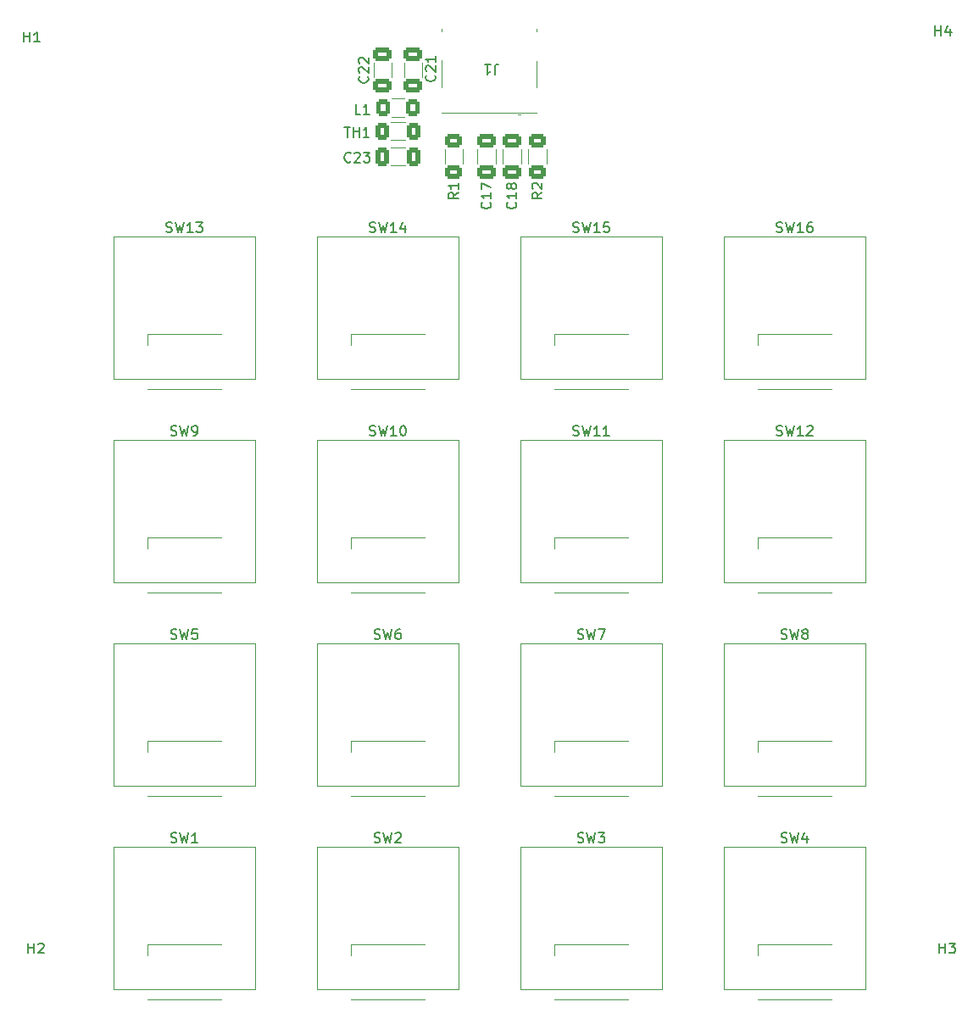
<source format=gto>
%TF.GenerationSoftware,KiCad,Pcbnew,7.0.1*%
%TF.CreationDate,2023-05-22T14:58:09-04:00*%
%TF.ProjectId,MacroPad,4d616372-6f50-4616-942e-6b696361645f,rev?*%
%TF.SameCoordinates,Original*%
%TF.FileFunction,Legend,Top*%
%TF.FilePolarity,Positive*%
%FSLAX46Y46*%
G04 Gerber Fmt 4.6, Leading zero omitted, Abs format (unit mm)*
G04 Created by KiCad (PCBNEW 7.0.1) date 2023-05-22 14:58:09*
%MOMM*%
%LPD*%
G01*
G04 APERTURE LIST*
G04 Aperture macros list*
%AMRoundRect*
0 Rectangle with rounded corners*
0 $1 Rounding radius*
0 $2 $3 $4 $5 $6 $7 $8 $9 X,Y pos of 4 corners*
0 Add a 4 corners polygon primitive as box body*
4,1,4,$2,$3,$4,$5,$6,$7,$8,$9,$2,$3,0*
0 Add four circle primitives for the rounded corners*
1,1,$1+$1,$2,$3*
1,1,$1+$1,$4,$5*
1,1,$1+$1,$6,$7*
1,1,$1+$1,$8,$9*
0 Add four rect primitives between the rounded corners*
20,1,$1+$1,$2,$3,$4,$5,0*
20,1,$1+$1,$4,$5,$6,$7,0*
20,1,$1+$1,$6,$7,$8,$9,0*
20,1,$1+$1,$8,$9,$2,$3,0*%
G04 Aperture macros list end*
%ADD10C,0.150000*%
%ADD11C,0.120000*%
%ADD12C,1.750000*%
%ADD13C,3.100000*%
%ADD14C,4.000000*%
%ADD15C,0.900000*%
%ADD16C,8.000000*%
%ADD17RoundRect,0.250000X0.650000X-0.412500X0.650000X0.412500X-0.650000X0.412500X-0.650000X-0.412500X0*%
%ADD18RoundRect,0.250000X-0.625000X0.400000X-0.625000X-0.400000X0.625000X-0.400000X0.625000X0.400000X0*%
%ADD19R,0.300000X0.700000*%
%ADD20R,1.000000X0.700000*%
%ADD21O,1.100000X2.100000*%
%ADD22O,1.100000X2.600000*%
%ADD23RoundRect,0.250001X0.462499X0.624999X-0.462499X0.624999X-0.462499X-0.624999X0.462499X-0.624999X0*%
%ADD24RoundRect,0.250000X-0.650000X0.412500X-0.650000X-0.412500X0.650000X-0.412500X0.650000X0.412500X0*%
%ADD25RoundRect,0.250000X0.412500X0.650000X-0.412500X0.650000X-0.412500X-0.650000X0.412500X-0.650000X0*%
%ADD26RoundRect,0.250000X-0.400000X-0.625000X0.400000X-0.625000X0.400000X0.625000X-0.400000X0.625000X0*%
%ADD27C,1.500000*%
%ADD28C,2.000000*%
G04 APERTURE END LIST*
D10*
X112490476Y-66075000D02*
X112633333Y-66122619D01*
X112633333Y-66122619D02*
X112871428Y-66122619D01*
X112871428Y-66122619D02*
X112966666Y-66075000D01*
X112966666Y-66075000D02*
X113014285Y-66027380D01*
X113014285Y-66027380D02*
X113061904Y-65932142D01*
X113061904Y-65932142D02*
X113061904Y-65836904D01*
X113061904Y-65836904D02*
X113014285Y-65741666D01*
X113014285Y-65741666D02*
X112966666Y-65694047D01*
X112966666Y-65694047D02*
X112871428Y-65646428D01*
X112871428Y-65646428D02*
X112680952Y-65598809D01*
X112680952Y-65598809D02*
X112585714Y-65551190D01*
X112585714Y-65551190D02*
X112538095Y-65503571D01*
X112538095Y-65503571D02*
X112490476Y-65408333D01*
X112490476Y-65408333D02*
X112490476Y-65313095D01*
X112490476Y-65313095D02*
X112538095Y-65217857D01*
X112538095Y-65217857D02*
X112585714Y-65170238D01*
X112585714Y-65170238D02*
X112680952Y-65122619D01*
X112680952Y-65122619D02*
X112919047Y-65122619D01*
X112919047Y-65122619D02*
X113061904Y-65170238D01*
X113395238Y-65122619D02*
X113633333Y-66122619D01*
X113633333Y-66122619D02*
X113823809Y-65408333D01*
X113823809Y-65408333D02*
X114014285Y-66122619D01*
X114014285Y-66122619D02*
X114252381Y-65122619D01*
X115157142Y-66122619D02*
X114585714Y-66122619D01*
X114871428Y-66122619D02*
X114871428Y-65122619D01*
X114871428Y-65122619D02*
X114776190Y-65265476D01*
X114776190Y-65265476D02*
X114680952Y-65360714D01*
X114680952Y-65360714D02*
X114585714Y-65408333D01*
X116014285Y-65455952D02*
X116014285Y-66122619D01*
X115776190Y-65075000D02*
X115538095Y-65789285D01*
X115538095Y-65789285D02*
X116157142Y-65789285D01*
X132810476Y-66075000D02*
X132953333Y-66122619D01*
X132953333Y-66122619D02*
X133191428Y-66122619D01*
X133191428Y-66122619D02*
X133286666Y-66075000D01*
X133286666Y-66075000D02*
X133334285Y-66027380D01*
X133334285Y-66027380D02*
X133381904Y-65932142D01*
X133381904Y-65932142D02*
X133381904Y-65836904D01*
X133381904Y-65836904D02*
X133334285Y-65741666D01*
X133334285Y-65741666D02*
X133286666Y-65694047D01*
X133286666Y-65694047D02*
X133191428Y-65646428D01*
X133191428Y-65646428D02*
X133000952Y-65598809D01*
X133000952Y-65598809D02*
X132905714Y-65551190D01*
X132905714Y-65551190D02*
X132858095Y-65503571D01*
X132858095Y-65503571D02*
X132810476Y-65408333D01*
X132810476Y-65408333D02*
X132810476Y-65313095D01*
X132810476Y-65313095D02*
X132858095Y-65217857D01*
X132858095Y-65217857D02*
X132905714Y-65170238D01*
X132905714Y-65170238D02*
X133000952Y-65122619D01*
X133000952Y-65122619D02*
X133239047Y-65122619D01*
X133239047Y-65122619D02*
X133381904Y-65170238D01*
X133715238Y-65122619D02*
X133953333Y-66122619D01*
X133953333Y-66122619D02*
X134143809Y-65408333D01*
X134143809Y-65408333D02*
X134334285Y-66122619D01*
X134334285Y-66122619D02*
X134572381Y-65122619D01*
X135477142Y-66122619D02*
X134905714Y-66122619D01*
X135191428Y-66122619D02*
X135191428Y-65122619D01*
X135191428Y-65122619D02*
X135096190Y-65265476D01*
X135096190Y-65265476D02*
X135000952Y-65360714D01*
X135000952Y-65360714D02*
X134905714Y-65408333D01*
X136381904Y-65122619D02*
X135905714Y-65122619D01*
X135905714Y-65122619D02*
X135858095Y-65598809D01*
X135858095Y-65598809D02*
X135905714Y-65551190D01*
X135905714Y-65551190D02*
X136000952Y-65503571D01*
X136000952Y-65503571D02*
X136239047Y-65503571D01*
X136239047Y-65503571D02*
X136334285Y-65551190D01*
X136334285Y-65551190D02*
X136381904Y-65598809D01*
X136381904Y-65598809D02*
X136429523Y-65694047D01*
X136429523Y-65694047D02*
X136429523Y-65932142D01*
X136429523Y-65932142D02*
X136381904Y-66027380D01*
X136381904Y-66027380D02*
X136334285Y-66075000D01*
X136334285Y-66075000D02*
X136239047Y-66122619D01*
X136239047Y-66122619D02*
X136000952Y-66122619D01*
X136000952Y-66122619D02*
X135905714Y-66075000D01*
X135905714Y-66075000D02*
X135858095Y-66027380D01*
X153130476Y-66075000D02*
X153273333Y-66122619D01*
X153273333Y-66122619D02*
X153511428Y-66122619D01*
X153511428Y-66122619D02*
X153606666Y-66075000D01*
X153606666Y-66075000D02*
X153654285Y-66027380D01*
X153654285Y-66027380D02*
X153701904Y-65932142D01*
X153701904Y-65932142D02*
X153701904Y-65836904D01*
X153701904Y-65836904D02*
X153654285Y-65741666D01*
X153654285Y-65741666D02*
X153606666Y-65694047D01*
X153606666Y-65694047D02*
X153511428Y-65646428D01*
X153511428Y-65646428D02*
X153320952Y-65598809D01*
X153320952Y-65598809D02*
X153225714Y-65551190D01*
X153225714Y-65551190D02*
X153178095Y-65503571D01*
X153178095Y-65503571D02*
X153130476Y-65408333D01*
X153130476Y-65408333D02*
X153130476Y-65313095D01*
X153130476Y-65313095D02*
X153178095Y-65217857D01*
X153178095Y-65217857D02*
X153225714Y-65170238D01*
X153225714Y-65170238D02*
X153320952Y-65122619D01*
X153320952Y-65122619D02*
X153559047Y-65122619D01*
X153559047Y-65122619D02*
X153701904Y-65170238D01*
X154035238Y-65122619D02*
X154273333Y-66122619D01*
X154273333Y-66122619D02*
X154463809Y-65408333D01*
X154463809Y-65408333D02*
X154654285Y-66122619D01*
X154654285Y-66122619D02*
X154892381Y-65122619D01*
X155797142Y-66122619D02*
X155225714Y-66122619D01*
X155511428Y-66122619D02*
X155511428Y-65122619D01*
X155511428Y-65122619D02*
X155416190Y-65265476D01*
X155416190Y-65265476D02*
X155320952Y-65360714D01*
X155320952Y-65360714D02*
X155225714Y-65408333D01*
X156654285Y-65122619D02*
X156463809Y-65122619D01*
X156463809Y-65122619D02*
X156368571Y-65170238D01*
X156368571Y-65170238D02*
X156320952Y-65217857D01*
X156320952Y-65217857D02*
X156225714Y-65360714D01*
X156225714Y-65360714D02*
X156178095Y-65551190D01*
X156178095Y-65551190D02*
X156178095Y-65932142D01*
X156178095Y-65932142D02*
X156225714Y-66027380D01*
X156225714Y-66027380D02*
X156273333Y-66075000D01*
X156273333Y-66075000D02*
X156368571Y-66122619D01*
X156368571Y-66122619D02*
X156559047Y-66122619D01*
X156559047Y-66122619D02*
X156654285Y-66075000D01*
X156654285Y-66075000D02*
X156701904Y-66027380D01*
X156701904Y-66027380D02*
X156749523Y-65932142D01*
X156749523Y-65932142D02*
X156749523Y-65694047D01*
X156749523Y-65694047D02*
X156701904Y-65598809D01*
X156701904Y-65598809D02*
X156654285Y-65551190D01*
X156654285Y-65551190D02*
X156559047Y-65503571D01*
X156559047Y-65503571D02*
X156368571Y-65503571D01*
X156368571Y-65503571D02*
X156273333Y-65551190D01*
X156273333Y-65551190D02*
X156225714Y-65598809D01*
X156225714Y-65598809D02*
X156178095Y-65694047D01*
X153130476Y-86395000D02*
X153273333Y-86442619D01*
X153273333Y-86442619D02*
X153511428Y-86442619D01*
X153511428Y-86442619D02*
X153606666Y-86395000D01*
X153606666Y-86395000D02*
X153654285Y-86347380D01*
X153654285Y-86347380D02*
X153701904Y-86252142D01*
X153701904Y-86252142D02*
X153701904Y-86156904D01*
X153701904Y-86156904D02*
X153654285Y-86061666D01*
X153654285Y-86061666D02*
X153606666Y-86014047D01*
X153606666Y-86014047D02*
X153511428Y-85966428D01*
X153511428Y-85966428D02*
X153320952Y-85918809D01*
X153320952Y-85918809D02*
X153225714Y-85871190D01*
X153225714Y-85871190D02*
X153178095Y-85823571D01*
X153178095Y-85823571D02*
X153130476Y-85728333D01*
X153130476Y-85728333D02*
X153130476Y-85633095D01*
X153130476Y-85633095D02*
X153178095Y-85537857D01*
X153178095Y-85537857D02*
X153225714Y-85490238D01*
X153225714Y-85490238D02*
X153320952Y-85442619D01*
X153320952Y-85442619D02*
X153559047Y-85442619D01*
X153559047Y-85442619D02*
X153701904Y-85490238D01*
X154035238Y-85442619D02*
X154273333Y-86442619D01*
X154273333Y-86442619D02*
X154463809Y-85728333D01*
X154463809Y-85728333D02*
X154654285Y-86442619D01*
X154654285Y-86442619D02*
X154892381Y-85442619D01*
X155797142Y-86442619D02*
X155225714Y-86442619D01*
X155511428Y-86442619D02*
X155511428Y-85442619D01*
X155511428Y-85442619D02*
X155416190Y-85585476D01*
X155416190Y-85585476D02*
X155320952Y-85680714D01*
X155320952Y-85680714D02*
X155225714Y-85728333D01*
X156178095Y-85537857D02*
X156225714Y-85490238D01*
X156225714Y-85490238D02*
X156320952Y-85442619D01*
X156320952Y-85442619D02*
X156559047Y-85442619D01*
X156559047Y-85442619D02*
X156654285Y-85490238D01*
X156654285Y-85490238D02*
X156701904Y-85537857D01*
X156701904Y-85537857D02*
X156749523Y-85633095D01*
X156749523Y-85633095D02*
X156749523Y-85728333D01*
X156749523Y-85728333D02*
X156701904Y-85871190D01*
X156701904Y-85871190D02*
X156130476Y-86442619D01*
X156130476Y-86442619D02*
X156749523Y-86442619D01*
X132810476Y-86395000D02*
X132953333Y-86442619D01*
X132953333Y-86442619D02*
X133191428Y-86442619D01*
X133191428Y-86442619D02*
X133286666Y-86395000D01*
X133286666Y-86395000D02*
X133334285Y-86347380D01*
X133334285Y-86347380D02*
X133381904Y-86252142D01*
X133381904Y-86252142D02*
X133381904Y-86156904D01*
X133381904Y-86156904D02*
X133334285Y-86061666D01*
X133334285Y-86061666D02*
X133286666Y-86014047D01*
X133286666Y-86014047D02*
X133191428Y-85966428D01*
X133191428Y-85966428D02*
X133000952Y-85918809D01*
X133000952Y-85918809D02*
X132905714Y-85871190D01*
X132905714Y-85871190D02*
X132858095Y-85823571D01*
X132858095Y-85823571D02*
X132810476Y-85728333D01*
X132810476Y-85728333D02*
X132810476Y-85633095D01*
X132810476Y-85633095D02*
X132858095Y-85537857D01*
X132858095Y-85537857D02*
X132905714Y-85490238D01*
X132905714Y-85490238D02*
X133000952Y-85442619D01*
X133000952Y-85442619D02*
X133239047Y-85442619D01*
X133239047Y-85442619D02*
X133381904Y-85490238D01*
X133715238Y-85442619D02*
X133953333Y-86442619D01*
X133953333Y-86442619D02*
X134143809Y-85728333D01*
X134143809Y-85728333D02*
X134334285Y-86442619D01*
X134334285Y-86442619D02*
X134572381Y-85442619D01*
X135477142Y-86442619D02*
X134905714Y-86442619D01*
X135191428Y-86442619D02*
X135191428Y-85442619D01*
X135191428Y-85442619D02*
X135096190Y-85585476D01*
X135096190Y-85585476D02*
X135000952Y-85680714D01*
X135000952Y-85680714D02*
X134905714Y-85728333D01*
X136429523Y-86442619D02*
X135858095Y-86442619D01*
X136143809Y-86442619D02*
X136143809Y-85442619D01*
X136143809Y-85442619D02*
X136048571Y-85585476D01*
X136048571Y-85585476D02*
X135953333Y-85680714D01*
X135953333Y-85680714D02*
X135858095Y-85728333D01*
X169418095Y-138121299D02*
X169418095Y-137121299D01*
X169418095Y-137597489D02*
X169989523Y-137597489D01*
X169989523Y-138121299D02*
X169989523Y-137121299D01*
X170370476Y-137121299D02*
X170989523Y-137121299D01*
X170989523Y-137121299D02*
X170656190Y-137502251D01*
X170656190Y-137502251D02*
X170799047Y-137502251D01*
X170799047Y-137502251D02*
X170894285Y-137549870D01*
X170894285Y-137549870D02*
X170941904Y-137597489D01*
X170941904Y-137597489D02*
X170989523Y-137692727D01*
X170989523Y-137692727D02*
X170989523Y-137930822D01*
X170989523Y-137930822D02*
X170941904Y-138026060D01*
X170941904Y-138026060D02*
X170894285Y-138073680D01*
X170894285Y-138073680D02*
X170799047Y-138121299D01*
X170799047Y-138121299D02*
X170513333Y-138121299D01*
X170513333Y-138121299D02*
X170418095Y-138073680D01*
X170418095Y-138073680D02*
X170370476Y-138026060D01*
X112309380Y-50563857D02*
X112357000Y-50611476D01*
X112357000Y-50611476D02*
X112404619Y-50754333D01*
X112404619Y-50754333D02*
X112404619Y-50849571D01*
X112404619Y-50849571D02*
X112357000Y-50992428D01*
X112357000Y-50992428D02*
X112261761Y-51087666D01*
X112261761Y-51087666D02*
X112166523Y-51135285D01*
X112166523Y-51135285D02*
X111976047Y-51182904D01*
X111976047Y-51182904D02*
X111833190Y-51182904D01*
X111833190Y-51182904D02*
X111642714Y-51135285D01*
X111642714Y-51135285D02*
X111547476Y-51087666D01*
X111547476Y-51087666D02*
X111452238Y-50992428D01*
X111452238Y-50992428D02*
X111404619Y-50849571D01*
X111404619Y-50849571D02*
X111404619Y-50754333D01*
X111404619Y-50754333D02*
X111452238Y-50611476D01*
X111452238Y-50611476D02*
X111499857Y-50563857D01*
X111499857Y-50182904D02*
X111452238Y-50135285D01*
X111452238Y-50135285D02*
X111404619Y-50040047D01*
X111404619Y-50040047D02*
X111404619Y-49801952D01*
X111404619Y-49801952D02*
X111452238Y-49706714D01*
X111452238Y-49706714D02*
X111499857Y-49659095D01*
X111499857Y-49659095D02*
X111595095Y-49611476D01*
X111595095Y-49611476D02*
X111690333Y-49611476D01*
X111690333Y-49611476D02*
X111833190Y-49659095D01*
X111833190Y-49659095D02*
X112404619Y-50230523D01*
X112404619Y-50230523D02*
X112404619Y-49611476D01*
X111499857Y-49230523D02*
X111452238Y-49182904D01*
X111452238Y-49182904D02*
X111404619Y-49087666D01*
X111404619Y-49087666D02*
X111404619Y-48849571D01*
X111404619Y-48849571D02*
X111452238Y-48754333D01*
X111452238Y-48754333D02*
X111499857Y-48706714D01*
X111499857Y-48706714D02*
X111595095Y-48659095D01*
X111595095Y-48659095D02*
X111690333Y-48659095D01*
X111690333Y-48659095D02*
X111833190Y-48706714D01*
X111833190Y-48706714D02*
X112404619Y-49278142D01*
X112404619Y-49278142D02*
X112404619Y-48659095D01*
X153606667Y-127035000D02*
X153749524Y-127082619D01*
X153749524Y-127082619D02*
X153987619Y-127082619D01*
X153987619Y-127082619D02*
X154082857Y-127035000D01*
X154082857Y-127035000D02*
X154130476Y-126987380D01*
X154130476Y-126987380D02*
X154178095Y-126892142D01*
X154178095Y-126892142D02*
X154178095Y-126796904D01*
X154178095Y-126796904D02*
X154130476Y-126701666D01*
X154130476Y-126701666D02*
X154082857Y-126654047D01*
X154082857Y-126654047D02*
X153987619Y-126606428D01*
X153987619Y-126606428D02*
X153797143Y-126558809D01*
X153797143Y-126558809D02*
X153701905Y-126511190D01*
X153701905Y-126511190D02*
X153654286Y-126463571D01*
X153654286Y-126463571D02*
X153606667Y-126368333D01*
X153606667Y-126368333D02*
X153606667Y-126273095D01*
X153606667Y-126273095D02*
X153654286Y-126177857D01*
X153654286Y-126177857D02*
X153701905Y-126130238D01*
X153701905Y-126130238D02*
X153797143Y-126082619D01*
X153797143Y-126082619D02*
X154035238Y-126082619D01*
X154035238Y-126082619D02*
X154178095Y-126130238D01*
X154511429Y-126082619D02*
X154749524Y-127082619D01*
X154749524Y-127082619D02*
X154940000Y-126368333D01*
X154940000Y-126368333D02*
X155130476Y-127082619D01*
X155130476Y-127082619D02*
X155368572Y-126082619D01*
X156178095Y-126415952D02*
X156178095Y-127082619D01*
X155940000Y-126035000D02*
X155701905Y-126749285D01*
X155701905Y-126749285D02*
X156320952Y-126749285D01*
X92170476Y-66075000D02*
X92313333Y-66122619D01*
X92313333Y-66122619D02*
X92551428Y-66122619D01*
X92551428Y-66122619D02*
X92646666Y-66075000D01*
X92646666Y-66075000D02*
X92694285Y-66027380D01*
X92694285Y-66027380D02*
X92741904Y-65932142D01*
X92741904Y-65932142D02*
X92741904Y-65836904D01*
X92741904Y-65836904D02*
X92694285Y-65741666D01*
X92694285Y-65741666D02*
X92646666Y-65694047D01*
X92646666Y-65694047D02*
X92551428Y-65646428D01*
X92551428Y-65646428D02*
X92360952Y-65598809D01*
X92360952Y-65598809D02*
X92265714Y-65551190D01*
X92265714Y-65551190D02*
X92218095Y-65503571D01*
X92218095Y-65503571D02*
X92170476Y-65408333D01*
X92170476Y-65408333D02*
X92170476Y-65313095D01*
X92170476Y-65313095D02*
X92218095Y-65217857D01*
X92218095Y-65217857D02*
X92265714Y-65170238D01*
X92265714Y-65170238D02*
X92360952Y-65122619D01*
X92360952Y-65122619D02*
X92599047Y-65122619D01*
X92599047Y-65122619D02*
X92741904Y-65170238D01*
X93075238Y-65122619D02*
X93313333Y-66122619D01*
X93313333Y-66122619D02*
X93503809Y-65408333D01*
X93503809Y-65408333D02*
X93694285Y-66122619D01*
X93694285Y-66122619D02*
X93932381Y-65122619D01*
X94837142Y-66122619D02*
X94265714Y-66122619D01*
X94551428Y-66122619D02*
X94551428Y-65122619D01*
X94551428Y-65122619D02*
X94456190Y-65265476D01*
X94456190Y-65265476D02*
X94360952Y-65360714D01*
X94360952Y-65360714D02*
X94265714Y-65408333D01*
X95170476Y-65122619D02*
X95789523Y-65122619D01*
X95789523Y-65122619D02*
X95456190Y-65503571D01*
X95456190Y-65503571D02*
X95599047Y-65503571D01*
X95599047Y-65503571D02*
X95694285Y-65551190D01*
X95694285Y-65551190D02*
X95741904Y-65598809D01*
X95741904Y-65598809D02*
X95789523Y-65694047D01*
X95789523Y-65694047D02*
X95789523Y-65932142D01*
X95789523Y-65932142D02*
X95741904Y-66027380D01*
X95741904Y-66027380D02*
X95694285Y-66075000D01*
X95694285Y-66075000D02*
X95599047Y-66122619D01*
X95599047Y-66122619D02*
X95313333Y-66122619D01*
X95313333Y-66122619D02*
X95218095Y-66075000D01*
X95218095Y-66075000D02*
X95170476Y-66027380D01*
X129710119Y-62142666D02*
X129233928Y-62475999D01*
X129710119Y-62714094D02*
X128710119Y-62714094D01*
X128710119Y-62714094D02*
X128710119Y-62333142D01*
X128710119Y-62333142D02*
X128757738Y-62237904D01*
X128757738Y-62237904D02*
X128805357Y-62190285D01*
X128805357Y-62190285D02*
X128900595Y-62142666D01*
X128900595Y-62142666D02*
X129043452Y-62142666D01*
X129043452Y-62142666D02*
X129138690Y-62190285D01*
X129138690Y-62190285D02*
X129186309Y-62237904D01*
X129186309Y-62237904D02*
X129233928Y-62333142D01*
X129233928Y-62333142D02*
X129233928Y-62714094D01*
X128805357Y-61761713D02*
X128757738Y-61714094D01*
X128757738Y-61714094D02*
X128710119Y-61618856D01*
X128710119Y-61618856D02*
X128710119Y-61380761D01*
X128710119Y-61380761D02*
X128757738Y-61285523D01*
X128757738Y-61285523D02*
X128805357Y-61237904D01*
X128805357Y-61237904D02*
X128900595Y-61190285D01*
X128900595Y-61190285D02*
X128995833Y-61190285D01*
X128995833Y-61190285D02*
X129138690Y-61237904D01*
X129138690Y-61237904D02*
X129710119Y-61809332D01*
X129710119Y-61809332D02*
X129710119Y-61190285D01*
X92646667Y-127035000D02*
X92789524Y-127082619D01*
X92789524Y-127082619D02*
X93027619Y-127082619D01*
X93027619Y-127082619D02*
X93122857Y-127035000D01*
X93122857Y-127035000D02*
X93170476Y-126987380D01*
X93170476Y-126987380D02*
X93218095Y-126892142D01*
X93218095Y-126892142D02*
X93218095Y-126796904D01*
X93218095Y-126796904D02*
X93170476Y-126701666D01*
X93170476Y-126701666D02*
X93122857Y-126654047D01*
X93122857Y-126654047D02*
X93027619Y-126606428D01*
X93027619Y-126606428D02*
X92837143Y-126558809D01*
X92837143Y-126558809D02*
X92741905Y-126511190D01*
X92741905Y-126511190D02*
X92694286Y-126463571D01*
X92694286Y-126463571D02*
X92646667Y-126368333D01*
X92646667Y-126368333D02*
X92646667Y-126273095D01*
X92646667Y-126273095D02*
X92694286Y-126177857D01*
X92694286Y-126177857D02*
X92741905Y-126130238D01*
X92741905Y-126130238D02*
X92837143Y-126082619D01*
X92837143Y-126082619D02*
X93075238Y-126082619D01*
X93075238Y-126082619D02*
X93218095Y-126130238D01*
X93551429Y-126082619D02*
X93789524Y-127082619D01*
X93789524Y-127082619D02*
X93980000Y-126368333D01*
X93980000Y-126368333D02*
X94170476Y-127082619D01*
X94170476Y-127082619D02*
X94408572Y-126082619D01*
X95313333Y-127082619D02*
X94741905Y-127082619D01*
X95027619Y-127082619D02*
X95027619Y-126082619D01*
X95027619Y-126082619D02*
X94932381Y-126225476D01*
X94932381Y-126225476D02*
X94837143Y-126320714D01*
X94837143Y-126320714D02*
X94741905Y-126368333D01*
X153606667Y-106715000D02*
X153749524Y-106762619D01*
X153749524Y-106762619D02*
X153987619Y-106762619D01*
X153987619Y-106762619D02*
X154082857Y-106715000D01*
X154082857Y-106715000D02*
X154130476Y-106667380D01*
X154130476Y-106667380D02*
X154178095Y-106572142D01*
X154178095Y-106572142D02*
X154178095Y-106476904D01*
X154178095Y-106476904D02*
X154130476Y-106381666D01*
X154130476Y-106381666D02*
X154082857Y-106334047D01*
X154082857Y-106334047D02*
X153987619Y-106286428D01*
X153987619Y-106286428D02*
X153797143Y-106238809D01*
X153797143Y-106238809D02*
X153701905Y-106191190D01*
X153701905Y-106191190D02*
X153654286Y-106143571D01*
X153654286Y-106143571D02*
X153606667Y-106048333D01*
X153606667Y-106048333D02*
X153606667Y-105953095D01*
X153606667Y-105953095D02*
X153654286Y-105857857D01*
X153654286Y-105857857D02*
X153701905Y-105810238D01*
X153701905Y-105810238D02*
X153797143Y-105762619D01*
X153797143Y-105762619D02*
X154035238Y-105762619D01*
X154035238Y-105762619D02*
X154178095Y-105810238D01*
X154511429Y-105762619D02*
X154749524Y-106762619D01*
X154749524Y-106762619D02*
X154940000Y-106048333D01*
X154940000Y-106048333D02*
X155130476Y-106762619D01*
X155130476Y-106762619D02*
X155368572Y-105762619D01*
X155892381Y-106191190D02*
X155797143Y-106143571D01*
X155797143Y-106143571D02*
X155749524Y-106095952D01*
X155749524Y-106095952D02*
X155701905Y-106000714D01*
X155701905Y-106000714D02*
X155701905Y-105953095D01*
X155701905Y-105953095D02*
X155749524Y-105857857D01*
X155749524Y-105857857D02*
X155797143Y-105810238D01*
X155797143Y-105810238D02*
X155892381Y-105762619D01*
X155892381Y-105762619D02*
X156082857Y-105762619D01*
X156082857Y-105762619D02*
X156178095Y-105810238D01*
X156178095Y-105810238D02*
X156225714Y-105857857D01*
X156225714Y-105857857D02*
X156273333Y-105953095D01*
X156273333Y-105953095D02*
X156273333Y-106000714D01*
X156273333Y-106000714D02*
X156225714Y-106095952D01*
X156225714Y-106095952D02*
X156178095Y-106143571D01*
X156178095Y-106143571D02*
X156082857Y-106191190D01*
X156082857Y-106191190D02*
X155892381Y-106191190D01*
X155892381Y-106191190D02*
X155797143Y-106238809D01*
X155797143Y-106238809D02*
X155749524Y-106286428D01*
X155749524Y-106286428D02*
X155701905Y-106381666D01*
X155701905Y-106381666D02*
X155701905Y-106572142D01*
X155701905Y-106572142D02*
X155749524Y-106667380D01*
X155749524Y-106667380D02*
X155797143Y-106715000D01*
X155797143Y-106715000D02*
X155892381Y-106762619D01*
X155892381Y-106762619D02*
X156082857Y-106762619D01*
X156082857Y-106762619D02*
X156178095Y-106715000D01*
X156178095Y-106715000D02*
X156225714Y-106667380D01*
X156225714Y-106667380D02*
X156273333Y-106572142D01*
X156273333Y-106572142D02*
X156273333Y-106381666D01*
X156273333Y-106381666D02*
X156225714Y-106286428D01*
X156225714Y-106286428D02*
X156178095Y-106238809D01*
X156178095Y-106238809D02*
X156082857Y-106191190D01*
X133286667Y-106715000D02*
X133429524Y-106762619D01*
X133429524Y-106762619D02*
X133667619Y-106762619D01*
X133667619Y-106762619D02*
X133762857Y-106715000D01*
X133762857Y-106715000D02*
X133810476Y-106667380D01*
X133810476Y-106667380D02*
X133858095Y-106572142D01*
X133858095Y-106572142D02*
X133858095Y-106476904D01*
X133858095Y-106476904D02*
X133810476Y-106381666D01*
X133810476Y-106381666D02*
X133762857Y-106334047D01*
X133762857Y-106334047D02*
X133667619Y-106286428D01*
X133667619Y-106286428D02*
X133477143Y-106238809D01*
X133477143Y-106238809D02*
X133381905Y-106191190D01*
X133381905Y-106191190D02*
X133334286Y-106143571D01*
X133334286Y-106143571D02*
X133286667Y-106048333D01*
X133286667Y-106048333D02*
X133286667Y-105953095D01*
X133286667Y-105953095D02*
X133334286Y-105857857D01*
X133334286Y-105857857D02*
X133381905Y-105810238D01*
X133381905Y-105810238D02*
X133477143Y-105762619D01*
X133477143Y-105762619D02*
X133715238Y-105762619D01*
X133715238Y-105762619D02*
X133858095Y-105810238D01*
X134191429Y-105762619D02*
X134429524Y-106762619D01*
X134429524Y-106762619D02*
X134620000Y-106048333D01*
X134620000Y-106048333D02*
X134810476Y-106762619D01*
X134810476Y-106762619D02*
X135048572Y-105762619D01*
X135334286Y-105762619D02*
X136000952Y-105762619D01*
X136000952Y-105762619D02*
X135572381Y-106762619D01*
X77978095Y-47101619D02*
X77978095Y-46101619D01*
X77978095Y-46577809D02*
X78549523Y-46577809D01*
X78549523Y-47101619D02*
X78549523Y-46101619D01*
X79549523Y-47101619D02*
X78978095Y-47101619D01*
X79263809Y-47101619D02*
X79263809Y-46101619D01*
X79263809Y-46101619D02*
X79168571Y-46244476D01*
X79168571Y-46244476D02*
X79073333Y-46339714D01*
X79073333Y-46339714D02*
X78978095Y-46387333D01*
X112966667Y-127035000D02*
X113109524Y-127082619D01*
X113109524Y-127082619D02*
X113347619Y-127082619D01*
X113347619Y-127082619D02*
X113442857Y-127035000D01*
X113442857Y-127035000D02*
X113490476Y-126987380D01*
X113490476Y-126987380D02*
X113538095Y-126892142D01*
X113538095Y-126892142D02*
X113538095Y-126796904D01*
X113538095Y-126796904D02*
X113490476Y-126701666D01*
X113490476Y-126701666D02*
X113442857Y-126654047D01*
X113442857Y-126654047D02*
X113347619Y-126606428D01*
X113347619Y-126606428D02*
X113157143Y-126558809D01*
X113157143Y-126558809D02*
X113061905Y-126511190D01*
X113061905Y-126511190D02*
X113014286Y-126463571D01*
X113014286Y-126463571D02*
X112966667Y-126368333D01*
X112966667Y-126368333D02*
X112966667Y-126273095D01*
X112966667Y-126273095D02*
X113014286Y-126177857D01*
X113014286Y-126177857D02*
X113061905Y-126130238D01*
X113061905Y-126130238D02*
X113157143Y-126082619D01*
X113157143Y-126082619D02*
X113395238Y-126082619D01*
X113395238Y-126082619D02*
X113538095Y-126130238D01*
X113871429Y-126082619D02*
X114109524Y-127082619D01*
X114109524Y-127082619D02*
X114300000Y-126368333D01*
X114300000Y-126368333D02*
X114490476Y-127082619D01*
X114490476Y-127082619D02*
X114728572Y-126082619D01*
X115061905Y-126177857D02*
X115109524Y-126130238D01*
X115109524Y-126130238D02*
X115204762Y-126082619D01*
X115204762Y-126082619D02*
X115442857Y-126082619D01*
X115442857Y-126082619D02*
X115538095Y-126130238D01*
X115538095Y-126130238D02*
X115585714Y-126177857D01*
X115585714Y-126177857D02*
X115633333Y-126273095D01*
X115633333Y-126273095D02*
X115633333Y-126368333D01*
X115633333Y-126368333D02*
X115585714Y-126511190D01*
X115585714Y-126511190D02*
X115014286Y-127082619D01*
X115014286Y-127082619D02*
X115633333Y-127082619D01*
X112490476Y-86395000D02*
X112633333Y-86442619D01*
X112633333Y-86442619D02*
X112871428Y-86442619D01*
X112871428Y-86442619D02*
X112966666Y-86395000D01*
X112966666Y-86395000D02*
X113014285Y-86347380D01*
X113014285Y-86347380D02*
X113061904Y-86252142D01*
X113061904Y-86252142D02*
X113061904Y-86156904D01*
X113061904Y-86156904D02*
X113014285Y-86061666D01*
X113014285Y-86061666D02*
X112966666Y-86014047D01*
X112966666Y-86014047D02*
X112871428Y-85966428D01*
X112871428Y-85966428D02*
X112680952Y-85918809D01*
X112680952Y-85918809D02*
X112585714Y-85871190D01*
X112585714Y-85871190D02*
X112538095Y-85823571D01*
X112538095Y-85823571D02*
X112490476Y-85728333D01*
X112490476Y-85728333D02*
X112490476Y-85633095D01*
X112490476Y-85633095D02*
X112538095Y-85537857D01*
X112538095Y-85537857D02*
X112585714Y-85490238D01*
X112585714Y-85490238D02*
X112680952Y-85442619D01*
X112680952Y-85442619D02*
X112919047Y-85442619D01*
X112919047Y-85442619D02*
X113061904Y-85490238D01*
X113395238Y-85442619D02*
X113633333Y-86442619D01*
X113633333Y-86442619D02*
X113823809Y-85728333D01*
X113823809Y-85728333D02*
X114014285Y-86442619D01*
X114014285Y-86442619D02*
X114252381Y-85442619D01*
X115157142Y-86442619D02*
X114585714Y-86442619D01*
X114871428Y-86442619D02*
X114871428Y-85442619D01*
X114871428Y-85442619D02*
X114776190Y-85585476D01*
X114776190Y-85585476D02*
X114680952Y-85680714D01*
X114680952Y-85680714D02*
X114585714Y-85728333D01*
X115776190Y-85442619D02*
X115871428Y-85442619D01*
X115871428Y-85442619D02*
X115966666Y-85490238D01*
X115966666Y-85490238D02*
X116014285Y-85537857D01*
X116014285Y-85537857D02*
X116061904Y-85633095D01*
X116061904Y-85633095D02*
X116109523Y-85823571D01*
X116109523Y-85823571D02*
X116109523Y-86061666D01*
X116109523Y-86061666D02*
X116061904Y-86252142D01*
X116061904Y-86252142D02*
X116014285Y-86347380D01*
X116014285Y-86347380D02*
X115966666Y-86395000D01*
X115966666Y-86395000D02*
X115871428Y-86442619D01*
X115871428Y-86442619D02*
X115776190Y-86442619D01*
X115776190Y-86442619D02*
X115680952Y-86395000D01*
X115680952Y-86395000D02*
X115633333Y-86347380D01*
X115633333Y-86347380D02*
X115585714Y-86252142D01*
X115585714Y-86252142D02*
X115538095Y-86061666D01*
X115538095Y-86061666D02*
X115538095Y-85823571D01*
X115538095Y-85823571D02*
X115585714Y-85633095D01*
X115585714Y-85633095D02*
X115633333Y-85537857D01*
X115633333Y-85537857D02*
X115680952Y-85490238D01*
X115680952Y-85490238D02*
X115776190Y-85442619D01*
X124997333Y-50347380D02*
X124997333Y-49633095D01*
X124997333Y-49633095D02*
X125044952Y-49490238D01*
X125044952Y-49490238D02*
X125140190Y-49395000D01*
X125140190Y-49395000D02*
X125283047Y-49347380D01*
X125283047Y-49347380D02*
X125378285Y-49347380D01*
X123997333Y-49347380D02*
X124568761Y-49347380D01*
X124283047Y-49347380D02*
X124283047Y-50347380D01*
X124283047Y-50347380D02*
X124378285Y-50204523D01*
X124378285Y-50204523D02*
X124473523Y-50109285D01*
X124473523Y-50109285D02*
X124568761Y-50061666D01*
X92646667Y-106715000D02*
X92789524Y-106762619D01*
X92789524Y-106762619D02*
X93027619Y-106762619D01*
X93027619Y-106762619D02*
X93122857Y-106715000D01*
X93122857Y-106715000D02*
X93170476Y-106667380D01*
X93170476Y-106667380D02*
X93218095Y-106572142D01*
X93218095Y-106572142D02*
X93218095Y-106476904D01*
X93218095Y-106476904D02*
X93170476Y-106381666D01*
X93170476Y-106381666D02*
X93122857Y-106334047D01*
X93122857Y-106334047D02*
X93027619Y-106286428D01*
X93027619Y-106286428D02*
X92837143Y-106238809D01*
X92837143Y-106238809D02*
X92741905Y-106191190D01*
X92741905Y-106191190D02*
X92694286Y-106143571D01*
X92694286Y-106143571D02*
X92646667Y-106048333D01*
X92646667Y-106048333D02*
X92646667Y-105953095D01*
X92646667Y-105953095D02*
X92694286Y-105857857D01*
X92694286Y-105857857D02*
X92741905Y-105810238D01*
X92741905Y-105810238D02*
X92837143Y-105762619D01*
X92837143Y-105762619D02*
X93075238Y-105762619D01*
X93075238Y-105762619D02*
X93218095Y-105810238D01*
X93551429Y-105762619D02*
X93789524Y-106762619D01*
X93789524Y-106762619D02*
X93980000Y-106048333D01*
X93980000Y-106048333D02*
X94170476Y-106762619D01*
X94170476Y-106762619D02*
X94408572Y-105762619D01*
X95265714Y-105762619D02*
X94789524Y-105762619D01*
X94789524Y-105762619D02*
X94741905Y-106238809D01*
X94741905Y-106238809D02*
X94789524Y-106191190D01*
X94789524Y-106191190D02*
X94884762Y-106143571D01*
X94884762Y-106143571D02*
X95122857Y-106143571D01*
X95122857Y-106143571D02*
X95218095Y-106191190D01*
X95218095Y-106191190D02*
X95265714Y-106238809D01*
X95265714Y-106238809D02*
X95313333Y-106334047D01*
X95313333Y-106334047D02*
X95313333Y-106572142D01*
X95313333Y-106572142D02*
X95265714Y-106667380D01*
X95265714Y-106667380D02*
X95218095Y-106715000D01*
X95218095Y-106715000D02*
X95122857Y-106762619D01*
X95122857Y-106762619D02*
X94884762Y-106762619D01*
X94884762Y-106762619D02*
X94789524Y-106715000D01*
X94789524Y-106715000D02*
X94741905Y-106667380D01*
X111593333Y-54310619D02*
X111117143Y-54310619D01*
X111117143Y-54310619D02*
X111117143Y-53310619D01*
X112450476Y-54310619D02*
X111879048Y-54310619D01*
X112164762Y-54310619D02*
X112164762Y-53310619D01*
X112164762Y-53310619D02*
X112069524Y-53453476D01*
X112069524Y-53453476D02*
X111974286Y-53548714D01*
X111974286Y-53548714D02*
X111879048Y-53596333D01*
X133286667Y-127035000D02*
X133429524Y-127082619D01*
X133429524Y-127082619D02*
X133667619Y-127082619D01*
X133667619Y-127082619D02*
X133762857Y-127035000D01*
X133762857Y-127035000D02*
X133810476Y-126987380D01*
X133810476Y-126987380D02*
X133858095Y-126892142D01*
X133858095Y-126892142D02*
X133858095Y-126796904D01*
X133858095Y-126796904D02*
X133810476Y-126701666D01*
X133810476Y-126701666D02*
X133762857Y-126654047D01*
X133762857Y-126654047D02*
X133667619Y-126606428D01*
X133667619Y-126606428D02*
X133477143Y-126558809D01*
X133477143Y-126558809D02*
X133381905Y-126511190D01*
X133381905Y-126511190D02*
X133334286Y-126463571D01*
X133334286Y-126463571D02*
X133286667Y-126368333D01*
X133286667Y-126368333D02*
X133286667Y-126273095D01*
X133286667Y-126273095D02*
X133334286Y-126177857D01*
X133334286Y-126177857D02*
X133381905Y-126130238D01*
X133381905Y-126130238D02*
X133477143Y-126082619D01*
X133477143Y-126082619D02*
X133715238Y-126082619D01*
X133715238Y-126082619D02*
X133858095Y-126130238D01*
X134191429Y-126082619D02*
X134429524Y-127082619D01*
X134429524Y-127082619D02*
X134620000Y-126368333D01*
X134620000Y-126368333D02*
X134810476Y-127082619D01*
X134810476Y-127082619D02*
X135048572Y-126082619D01*
X135334286Y-126082619D02*
X135953333Y-126082619D01*
X135953333Y-126082619D02*
X135620000Y-126463571D01*
X135620000Y-126463571D02*
X135762857Y-126463571D01*
X135762857Y-126463571D02*
X135858095Y-126511190D01*
X135858095Y-126511190D02*
X135905714Y-126558809D01*
X135905714Y-126558809D02*
X135953333Y-126654047D01*
X135953333Y-126654047D02*
X135953333Y-126892142D01*
X135953333Y-126892142D02*
X135905714Y-126987380D01*
X135905714Y-126987380D02*
X135858095Y-127035000D01*
X135858095Y-127035000D02*
X135762857Y-127082619D01*
X135762857Y-127082619D02*
X135477143Y-127082619D01*
X135477143Y-127082619D02*
X135381905Y-127035000D01*
X135381905Y-127035000D02*
X135334286Y-126987380D01*
X127074880Y-63126857D02*
X127122500Y-63174476D01*
X127122500Y-63174476D02*
X127170119Y-63317333D01*
X127170119Y-63317333D02*
X127170119Y-63412571D01*
X127170119Y-63412571D02*
X127122500Y-63555428D01*
X127122500Y-63555428D02*
X127027261Y-63650666D01*
X127027261Y-63650666D02*
X126932023Y-63698285D01*
X126932023Y-63698285D02*
X126741547Y-63745904D01*
X126741547Y-63745904D02*
X126598690Y-63745904D01*
X126598690Y-63745904D02*
X126408214Y-63698285D01*
X126408214Y-63698285D02*
X126312976Y-63650666D01*
X126312976Y-63650666D02*
X126217738Y-63555428D01*
X126217738Y-63555428D02*
X126170119Y-63412571D01*
X126170119Y-63412571D02*
X126170119Y-63317333D01*
X126170119Y-63317333D02*
X126217738Y-63174476D01*
X126217738Y-63174476D02*
X126265357Y-63126857D01*
X127170119Y-62174476D02*
X127170119Y-62745904D01*
X127170119Y-62460190D02*
X126170119Y-62460190D01*
X126170119Y-62460190D02*
X126312976Y-62555428D01*
X126312976Y-62555428D02*
X126408214Y-62650666D01*
X126408214Y-62650666D02*
X126455833Y-62745904D01*
X126598690Y-61603047D02*
X126551071Y-61698285D01*
X126551071Y-61698285D02*
X126503452Y-61745904D01*
X126503452Y-61745904D02*
X126408214Y-61793523D01*
X126408214Y-61793523D02*
X126360595Y-61793523D01*
X126360595Y-61793523D02*
X126265357Y-61745904D01*
X126265357Y-61745904D02*
X126217738Y-61698285D01*
X126217738Y-61698285D02*
X126170119Y-61603047D01*
X126170119Y-61603047D02*
X126170119Y-61412571D01*
X126170119Y-61412571D02*
X126217738Y-61317333D01*
X126217738Y-61317333D02*
X126265357Y-61269714D01*
X126265357Y-61269714D02*
X126360595Y-61222095D01*
X126360595Y-61222095D02*
X126408214Y-61222095D01*
X126408214Y-61222095D02*
X126503452Y-61269714D01*
X126503452Y-61269714D02*
X126551071Y-61317333D01*
X126551071Y-61317333D02*
X126598690Y-61412571D01*
X126598690Y-61412571D02*
X126598690Y-61603047D01*
X126598690Y-61603047D02*
X126646309Y-61698285D01*
X126646309Y-61698285D02*
X126693928Y-61745904D01*
X126693928Y-61745904D02*
X126789166Y-61793523D01*
X126789166Y-61793523D02*
X126979642Y-61793523D01*
X126979642Y-61793523D02*
X127074880Y-61745904D01*
X127074880Y-61745904D02*
X127122500Y-61698285D01*
X127122500Y-61698285D02*
X127170119Y-61603047D01*
X127170119Y-61603047D02*
X127170119Y-61412571D01*
X127170119Y-61412571D02*
X127122500Y-61317333D01*
X127122500Y-61317333D02*
X127074880Y-61269714D01*
X127074880Y-61269714D02*
X126979642Y-61222095D01*
X126979642Y-61222095D02*
X126789166Y-61222095D01*
X126789166Y-61222095D02*
X126693928Y-61269714D01*
X126693928Y-61269714D02*
X126646309Y-61317333D01*
X126646309Y-61317333D02*
X126598690Y-61412571D01*
X121366619Y-62142666D02*
X120890428Y-62475999D01*
X121366619Y-62714094D02*
X120366619Y-62714094D01*
X120366619Y-62714094D02*
X120366619Y-62333142D01*
X120366619Y-62333142D02*
X120414238Y-62237904D01*
X120414238Y-62237904D02*
X120461857Y-62190285D01*
X120461857Y-62190285D02*
X120557095Y-62142666D01*
X120557095Y-62142666D02*
X120699952Y-62142666D01*
X120699952Y-62142666D02*
X120795190Y-62190285D01*
X120795190Y-62190285D02*
X120842809Y-62237904D01*
X120842809Y-62237904D02*
X120890428Y-62333142D01*
X120890428Y-62333142D02*
X120890428Y-62714094D01*
X121366619Y-61190285D02*
X121366619Y-61761713D01*
X121366619Y-61475999D02*
X120366619Y-61475999D01*
X120366619Y-61475999D02*
X120509476Y-61571237D01*
X120509476Y-61571237D02*
X120604714Y-61666475D01*
X120604714Y-61666475D02*
X120652333Y-61761713D01*
X92646667Y-86395000D02*
X92789524Y-86442619D01*
X92789524Y-86442619D02*
X93027619Y-86442619D01*
X93027619Y-86442619D02*
X93122857Y-86395000D01*
X93122857Y-86395000D02*
X93170476Y-86347380D01*
X93170476Y-86347380D02*
X93218095Y-86252142D01*
X93218095Y-86252142D02*
X93218095Y-86156904D01*
X93218095Y-86156904D02*
X93170476Y-86061666D01*
X93170476Y-86061666D02*
X93122857Y-86014047D01*
X93122857Y-86014047D02*
X93027619Y-85966428D01*
X93027619Y-85966428D02*
X92837143Y-85918809D01*
X92837143Y-85918809D02*
X92741905Y-85871190D01*
X92741905Y-85871190D02*
X92694286Y-85823571D01*
X92694286Y-85823571D02*
X92646667Y-85728333D01*
X92646667Y-85728333D02*
X92646667Y-85633095D01*
X92646667Y-85633095D02*
X92694286Y-85537857D01*
X92694286Y-85537857D02*
X92741905Y-85490238D01*
X92741905Y-85490238D02*
X92837143Y-85442619D01*
X92837143Y-85442619D02*
X93075238Y-85442619D01*
X93075238Y-85442619D02*
X93218095Y-85490238D01*
X93551429Y-85442619D02*
X93789524Y-86442619D01*
X93789524Y-86442619D02*
X93980000Y-85728333D01*
X93980000Y-85728333D02*
X94170476Y-86442619D01*
X94170476Y-86442619D02*
X94408572Y-85442619D01*
X94837143Y-86442619D02*
X95027619Y-86442619D01*
X95027619Y-86442619D02*
X95122857Y-86395000D01*
X95122857Y-86395000D02*
X95170476Y-86347380D01*
X95170476Y-86347380D02*
X95265714Y-86204523D01*
X95265714Y-86204523D02*
X95313333Y-86014047D01*
X95313333Y-86014047D02*
X95313333Y-85633095D01*
X95313333Y-85633095D02*
X95265714Y-85537857D01*
X95265714Y-85537857D02*
X95218095Y-85490238D01*
X95218095Y-85490238D02*
X95122857Y-85442619D01*
X95122857Y-85442619D02*
X94932381Y-85442619D01*
X94932381Y-85442619D02*
X94837143Y-85490238D01*
X94837143Y-85490238D02*
X94789524Y-85537857D01*
X94789524Y-85537857D02*
X94741905Y-85633095D01*
X94741905Y-85633095D02*
X94741905Y-85871190D01*
X94741905Y-85871190D02*
X94789524Y-85966428D01*
X94789524Y-85966428D02*
X94837143Y-86014047D01*
X94837143Y-86014047D02*
X94932381Y-86061666D01*
X94932381Y-86061666D02*
X95122857Y-86061666D01*
X95122857Y-86061666D02*
X95218095Y-86014047D01*
X95218095Y-86014047D02*
X95265714Y-85966428D01*
X95265714Y-85966428D02*
X95313333Y-85871190D01*
X118985380Y-50426857D02*
X119033000Y-50474476D01*
X119033000Y-50474476D02*
X119080619Y-50617333D01*
X119080619Y-50617333D02*
X119080619Y-50712571D01*
X119080619Y-50712571D02*
X119033000Y-50855428D01*
X119033000Y-50855428D02*
X118937761Y-50950666D01*
X118937761Y-50950666D02*
X118842523Y-50998285D01*
X118842523Y-50998285D02*
X118652047Y-51045904D01*
X118652047Y-51045904D02*
X118509190Y-51045904D01*
X118509190Y-51045904D02*
X118318714Y-50998285D01*
X118318714Y-50998285D02*
X118223476Y-50950666D01*
X118223476Y-50950666D02*
X118128238Y-50855428D01*
X118128238Y-50855428D02*
X118080619Y-50712571D01*
X118080619Y-50712571D02*
X118080619Y-50617333D01*
X118080619Y-50617333D02*
X118128238Y-50474476D01*
X118128238Y-50474476D02*
X118175857Y-50426857D01*
X118175857Y-50045904D02*
X118128238Y-49998285D01*
X118128238Y-49998285D02*
X118080619Y-49903047D01*
X118080619Y-49903047D02*
X118080619Y-49664952D01*
X118080619Y-49664952D02*
X118128238Y-49569714D01*
X118128238Y-49569714D02*
X118175857Y-49522095D01*
X118175857Y-49522095D02*
X118271095Y-49474476D01*
X118271095Y-49474476D02*
X118366333Y-49474476D01*
X118366333Y-49474476D02*
X118509190Y-49522095D01*
X118509190Y-49522095D02*
X119080619Y-50093523D01*
X119080619Y-50093523D02*
X119080619Y-49474476D01*
X119080619Y-48522095D02*
X119080619Y-49093523D01*
X119080619Y-48807809D02*
X118080619Y-48807809D01*
X118080619Y-48807809D02*
X118223476Y-48903047D01*
X118223476Y-48903047D02*
X118318714Y-48998285D01*
X118318714Y-48998285D02*
X118366333Y-49093523D01*
X110609142Y-59041380D02*
X110561523Y-59089000D01*
X110561523Y-59089000D02*
X110418666Y-59136619D01*
X110418666Y-59136619D02*
X110323428Y-59136619D01*
X110323428Y-59136619D02*
X110180571Y-59089000D01*
X110180571Y-59089000D02*
X110085333Y-58993761D01*
X110085333Y-58993761D02*
X110037714Y-58898523D01*
X110037714Y-58898523D02*
X109990095Y-58708047D01*
X109990095Y-58708047D02*
X109990095Y-58565190D01*
X109990095Y-58565190D02*
X110037714Y-58374714D01*
X110037714Y-58374714D02*
X110085333Y-58279476D01*
X110085333Y-58279476D02*
X110180571Y-58184238D01*
X110180571Y-58184238D02*
X110323428Y-58136619D01*
X110323428Y-58136619D02*
X110418666Y-58136619D01*
X110418666Y-58136619D02*
X110561523Y-58184238D01*
X110561523Y-58184238D02*
X110609142Y-58231857D01*
X110990095Y-58231857D02*
X111037714Y-58184238D01*
X111037714Y-58184238D02*
X111132952Y-58136619D01*
X111132952Y-58136619D02*
X111371047Y-58136619D01*
X111371047Y-58136619D02*
X111466285Y-58184238D01*
X111466285Y-58184238D02*
X111513904Y-58231857D01*
X111513904Y-58231857D02*
X111561523Y-58327095D01*
X111561523Y-58327095D02*
X111561523Y-58422333D01*
X111561523Y-58422333D02*
X111513904Y-58565190D01*
X111513904Y-58565190D02*
X110942476Y-59136619D01*
X110942476Y-59136619D02*
X111561523Y-59136619D01*
X111894857Y-58136619D02*
X112513904Y-58136619D01*
X112513904Y-58136619D02*
X112180571Y-58517571D01*
X112180571Y-58517571D02*
X112323428Y-58517571D01*
X112323428Y-58517571D02*
X112418666Y-58565190D01*
X112418666Y-58565190D02*
X112466285Y-58612809D01*
X112466285Y-58612809D02*
X112513904Y-58708047D01*
X112513904Y-58708047D02*
X112513904Y-58946142D01*
X112513904Y-58946142D02*
X112466285Y-59041380D01*
X112466285Y-59041380D02*
X112418666Y-59089000D01*
X112418666Y-59089000D02*
X112323428Y-59136619D01*
X112323428Y-59136619D02*
X112037714Y-59136619D01*
X112037714Y-59136619D02*
X111942476Y-59089000D01*
X111942476Y-59089000D02*
X111894857Y-59041380D01*
X124534880Y-63126857D02*
X124582500Y-63174476D01*
X124582500Y-63174476D02*
X124630119Y-63317333D01*
X124630119Y-63317333D02*
X124630119Y-63412571D01*
X124630119Y-63412571D02*
X124582500Y-63555428D01*
X124582500Y-63555428D02*
X124487261Y-63650666D01*
X124487261Y-63650666D02*
X124392023Y-63698285D01*
X124392023Y-63698285D02*
X124201547Y-63745904D01*
X124201547Y-63745904D02*
X124058690Y-63745904D01*
X124058690Y-63745904D02*
X123868214Y-63698285D01*
X123868214Y-63698285D02*
X123772976Y-63650666D01*
X123772976Y-63650666D02*
X123677738Y-63555428D01*
X123677738Y-63555428D02*
X123630119Y-63412571D01*
X123630119Y-63412571D02*
X123630119Y-63317333D01*
X123630119Y-63317333D02*
X123677738Y-63174476D01*
X123677738Y-63174476D02*
X123725357Y-63126857D01*
X124630119Y-62174476D02*
X124630119Y-62745904D01*
X124630119Y-62460190D02*
X123630119Y-62460190D01*
X123630119Y-62460190D02*
X123772976Y-62555428D01*
X123772976Y-62555428D02*
X123868214Y-62650666D01*
X123868214Y-62650666D02*
X123915833Y-62745904D01*
X123630119Y-61841142D02*
X123630119Y-61174476D01*
X123630119Y-61174476D02*
X124630119Y-61603047D01*
X109966286Y-55596619D02*
X110537714Y-55596619D01*
X110252000Y-56596619D02*
X110252000Y-55596619D01*
X110871048Y-56596619D02*
X110871048Y-55596619D01*
X110871048Y-56072809D02*
X111442476Y-56072809D01*
X111442476Y-56596619D02*
X111442476Y-55596619D01*
X112442476Y-56596619D02*
X111871048Y-56596619D01*
X112156762Y-56596619D02*
X112156762Y-55596619D01*
X112156762Y-55596619D02*
X112061524Y-55739476D01*
X112061524Y-55739476D02*
X111966286Y-55834714D01*
X111966286Y-55834714D02*
X111871048Y-55882333D01*
X112966667Y-106715000D02*
X113109524Y-106762619D01*
X113109524Y-106762619D02*
X113347619Y-106762619D01*
X113347619Y-106762619D02*
X113442857Y-106715000D01*
X113442857Y-106715000D02*
X113490476Y-106667380D01*
X113490476Y-106667380D02*
X113538095Y-106572142D01*
X113538095Y-106572142D02*
X113538095Y-106476904D01*
X113538095Y-106476904D02*
X113490476Y-106381666D01*
X113490476Y-106381666D02*
X113442857Y-106334047D01*
X113442857Y-106334047D02*
X113347619Y-106286428D01*
X113347619Y-106286428D02*
X113157143Y-106238809D01*
X113157143Y-106238809D02*
X113061905Y-106191190D01*
X113061905Y-106191190D02*
X113014286Y-106143571D01*
X113014286Y-106143571D02*
X112966667Y-106048333D01*
X112966667Y-106048333D02*
X112966667Y-105953095D01*
X112966667Y-105953095D02*
X113014286Y-105857857D01*
X113014286Y-105857857D02*
X113061905Y-105810238D01*
X113061905Y-105810238D02*
X113157143Y-105762619D01*
X113157143Y-105762619D02*
X113395238Y-105762619D01*
X113395238Y-105762619D02*
X113538095Y-105810238D01*
X113871429Y-105762619D02*
X114109524Y-106762619D01*
X114109524Y-106762619D02*
X114300000Y-106048333D01*
X114300000Y-106048333D02*
X114490476Y-106762619D01*
X114490476Y-106762619D02*
X114728572Y-105762619D01*
X115538095Y-105762619D02*
X115347619Y-105762619D01*
X115347619Y-105762619D02*
X115252381Y-105810238D01*
X115252381Y-105810238D02*
X115204762Y-105857857D01*
X115204762Y-105857857D02*
X115109524Y-106000714D01*
X115109524Y-106000714D02*
X115061905Y-106191190D01*
X115061905Y-106191190D02*
X115061905Y-106572142D01*
X115061905Y-106572142D02*
X115109524Y-106667380D01*
X115109524Y-106667380D02*
X115157143Y-106715000D01*
X115157143Y-106715000D02*
X115252381Y-106762619D01*
X115252381Y-106762619D02*
X115442857Y-106762619D01*
X115442857Y-106762619D02*
X115538095Y-106715000D01*
X115538095Y-106715000D02*
X115585714Y-106667380D01*
X115585714Y-106667380D02*
X115633333Y-106572142D01*
X115633333Y-106572142D02*
X115633333Y-106334047D01*
X115633333Y-106334047D02*
X115585714Y-106238809D01*
X115585714Y-106238809D02*
X115538095Y-106191190D01*
X115538095Y-106191190D02*
X115442857Y-106143571D01*
X115442857Y-106143571D02*
X115252381Y-106143571D01*
X115252381Y-106143571D02*
X115157143Y-106191190D01*
X115157143Y-106191190D02*
X115109524Y-106238809D01*
X115109524Y-106238809D02*
X115061905Y-106334047D01*
X78396775Y-138121299D02*
X78396775Y-137121299D01*
X78396775Y-137597489D02*
X78968203Y-137597489D01*
X78968203Y-138121299D02*
X78968203Y-137121299D01*
X79396775Y-137216537D02*
X79444394Y-137168918D01*
X79444394Y-137168918D02*
X79539632Y-137121299D01*
X79539632Y-137121299D02*
X79777727Y-137121299D01*
X79777727Y-137121299D02*
X79872965Y-137168918D01*
X79872965Y-137168918D02*
X79920584Y-137216537D01*
X79920584Y-137216537D02*
X79968203Y-137311775D01*
X79968203Y-137311775D02*
X79968203Y-137407013D01*
X79968203Y-137407013D02*
X79920584Y-137549870D01*
X79920584Y-137549870D02*
X79349156Y-138121299D01*
X79349156Y-138121299D02*
X79968203Y-138121299D01*
X168999415Y-46488939D02*
X168999415Y-45488939D01*
X168999415Y-45965129D02*
X169570843Y-45965129D01*
X169570843Y-46488939D02*
X169570843Y-45488939D01*
X170475605Y-45822272D02*
X170475605Y-46488939D01*
X170237510Y-45441320D02*
X169999415Y-46155605D01*
X169999415Y-46155605D02*
X170618462Y-46155605D01*
D11*
X107200000Y-66560000D02*
X107200000Y-80760000D01*
X107200000Y-80760000D02*
X121400000Y-80760000D01*
X121400000Y-66560000D02*
X107200000Y-66560000D01*
X121400000Y-80760000D02*
X121400000Y-66560000D01*
X127520000Y-66560000D02*
X127520000Y-80760000D01*
X127520000Y-80760000D02*
X141720000Y-80760000D01*
X141720000Y-66560000D02*
X127520000Y-66560000D01*
X141720000Y-80760000D02*
X141720000Y-66560000D01*
X162040000Y-80760000D02*
X162040000Y-66560000D01*
X162040000Y-66560000D02*
X147840000Y-66560000D01*
X147840000Y-80760000D02*
X162040000Y-80760000D01*
X147840000Y-66560000D02*
X147840000Y-80760000D01*
X147840000Y-86880000D02*
X147840000Y-101080000D01*
X147840000Y-101080000D02*
X162040000Y-101080000D01*
X162040000Y-86880000D02*
X147840000Y-86880000D01*
X162040000Y-101080000D02*
X162040000Y-86880000D01*
X127520000Y-86880000D02*
X127520000Y-101080000D01*
X127520000Y-101080000D02*
X141720000Y-101080000D01*
X141720000Y-86880000D02*
X127520000Y-86880000D01*
X141720000Y-101080000D02*
X141720000Y-86880000D01*
X97630000Y-122384000D02*
X90330000Y-122384000D01*
X97630000Y-116884000D02*
X90330000Y-116884000D01*
X90330000Y-116884000D02*
X90330000Y-118034000D01*
X112882000Y-50632252D02*
X112882000Y-49209748D01*
X114702000Y-50632252D02*
X114702000Y-49209748D01*
X147840000Y-127520000D02*
X147840000Y-141720000D01*
X147840000Y-141720000D02*
X162040000Y-141720000D01*
X162040000Y-127520000D02*
X147840000Y-127520000D01*
X162040000Y-141720000D02*
X162040000Y-127520000D01*
X86880000Y-66560000D02*
X86880000Y-80760000D01*
X86880000Y-80760000D02*
X101080000Y-80760000D01*
X101080000Y-66560000D02*
X86880000Y-66560000D01*
X101080000Y-80760000D02*
X101080000Y-66560000D01*
X158590000Y-122384000D02*
X151290000Y-122384000D01*
X158590000Y-116884000D02*
X151290000Y-116884000D01*
X151290000Y-116884000D02*
X151290000Y-118034000D01*
X130157500Y-57829936D02*
X130157500Y-59284064D01*
X128337500Y-57829936D02*
X128337500Y-59284064D01*
X86880000Y-127520000D02*
X86880000Y-141720000D01*
X86880000Y-141720000D02*
X101080000Y-141720000D01*
X101080000Y-127520000D02*
X86880000Y-127520000D01*
X101080000Y-141720000D02*
X101080000Y-127520000D01*
X138270000Y-142704000D02*
X130970000Y-142704000D01*
X138270000Y-137204000D02*
X130970000Y-137204000D01*
X130970000Y-137204000D02*
X130970000Y-138354000D01*
X147840000Y-107200000D02*
X147840000Y-121400000D01*
X147840000Y-121400000D02*
X162040000Y-121400000D01*
X162040000Y-107200000D02*
X147840000Y-107200000D01*
X162040000Y-121400000D02*
X162040000Y-107200000D01*
X127520000Y-107200000D02*
X127520000Y-121400000D01*
X127520000Y-121400000D02*
X141720000Y-121400000D01*
X141720000Y-107200000D02*
X127520000Y-107200000D01*
X141720000Y-121400000D02*
X141720000Y-107200000D01*
X158590000Y-102064000D02*
X151290000Y-102064000D01*
X158590000Y-96564000D02*
X151290000Y-96564000D01*
X151290000Y-96564000D02*
X151290000Y-97714000D01*
X117950000Y-102064000D02*
X110650000Y-102064000D01*
X117950000Y-96564000D02*
X110650000Y-96564000D01*
X110650000Y-96564000D02*
X110650000Y-97714000D01*
X107200000Y-127520000D02*
X107200000Y-141720000D01*
X107200000Y-141720000D02*
X121400000Y-141720000D01*
X121400000Y-127520000D02*
X107200000Y-127520000D01*
X121400000Y-141720000D02*
X121400000Y-127520000D01*
X117950000Y-142704000D02*
X110650000Y-142704000D01*
X117950000Y-137204000D02*
X110650000Y-137204000D01*
X110650000Y-137204000D02*
X110650000Y-138354000D01*
X107200000Y-86880000D02*
X107200000Y-101080000D01*
X107200000Y-101080000D02*
X121400000Y-101080000D01*
X121400000Y-86880000D02*
X107200000Y-86880000D01*
X121400000Y-101080000D02*
X121400000Y-86880000D01*
X129162000Y-54178000D02*
X119662000Y-54178000D01*
X129162000Y-51678000D02*
X129162000Y-48978000D01*
X129162000Y-45818000D02*
X129162000Y-46028000D01*
X127537000Y-54328000D02*
X127312000Y-54328000D01*
X119662000Y-48928000D02*
X119662000Y-51653000D01*
X119662000Y-45828000D02*
X119662000Y-46053000D01*
X86880000Y-107200000D02*
X86880000Y-121400000D01*
X86880000Y-121400000D02*
X101080000Y-121400000D01*
X101080000Y-107200000D02*
X86880000Y-107200000D01*
X101080000Y-121400000D02*
X101080000Y-107200000D01*
X158590000Y-81744000D02*
X151290000Y-81744000D01*
X158590000Y-76244000D02*
X151290000Y-76244000D01*
X151290000Y-76244000D02*
X151290000Y-77394000D01*
X97630000Y-81744000D02*
X90330000Y-81744000D01*
X97630000Y-76244000D02*
X90330000Y-76244000D01*
X90330000Y-76244000D02*
X90330000Y-77394000D01*
X138270000Y-122384000D02*
X130970000Y-122384000D01*
X138270000Y-116884000D02*
X130970000Y-116884000D01*
X130970000Y-116884000D02*
X130970000Y-118034000D01*
X97630000Y-102064000D02*
X90330000Y-102064000D01*
X97630000Y-96564000D02*
X90330000Y-96564000D01*
X90330000Y-96564000D02*
X90330000Y-97714000D01*
X115917564Y-54567500D02*
X114713436Y-54567500D01*
X115917564Y-52747500D02*
X114713436Y-52747500D01*
X97630000Y-142704000D02*
X90330000Y-142704000D01*
X97630000Y-137204000D02*
X90330000Y-137204000D01*
X90330000Y-137204000D02*
X90330000Y-138354000D01*
X127520000Y-127520000D02*
X127520000Y-141720000D01*
X127520000Y-141720000D02*
X141720000Y-141720000D01*
X141720000Y-127520000D02*
X127520000Y-127520000D01*
X141720000Y-141720000D02*
X141720000Y-127520000D01*
X127617500Y-57807248D02*
X127617500Y-59229752D01*
X125797500Y-57807248D02*
X125797500Y-59229752D01*
X158590000Y-142704000D02*
X151290000Y-142704000D01*
X158590000Y-137204000D02*
X151290000Y-137204000D01*
X151290000Y-137204000D02*
X151290000Y-138354000D01*
X117950000Y-122384000D02*
X110650000Y-122384000D01*
X117950000Y-116884000D02*
X110650000Y-116884000D01*
X110650000Y-116884000D02*
X110650000Y-118034000D01*
X121814000Y-57829936D02*
X121814000Y-59284064D01*
X119994000Y-57829936D02*
X119994000Y-59284064D01*
X138270000Y-81744000D02*
X130970000Y-81744000D01*
X138270000Y-76244000D02*
X130970000Y-76244000D01*
X130970000Y-76244000D02*
X130970000Y-77394000D01*
X86880000Y-86880000D02*
X86880000Y-101080000D01*
X86880000Y-101080000D02*
X101080000Y-101080000D01*
X101080000Y-86880000D02*
X86880000Y-86880000D01*
X101080000Y-101080000D02*
X101080000Y-86880000D01*
X117950000Y-81744000D02*
X110650000Y-81744000D01*
X117950000Y-76244000D02*
X110650000Y-76244000D01*
X110650000Y-76244000D02*
X110650000Y-77394000D01*
X115930000Y-50632252D02*
X115930000Y-49209748D01*
X117750000Y-50632252D02*
X117750000Y-49209748D01*
X116027252Y-59467000D02*
X114604748Y-59467000D01*
X116027252Y-57647000D02*
X114604748Y-57647000D01*
X125077500Y-57807248D02*
X125077500Y-59229752D01*
X123257500Y-57807248D02*
X123257500Y-59229752D01*
X114588936Y-55107000D02*
X116043064Y-55107000D01*
X114588936Y-56927000D02*
X116043064Y-56927000D01*
X107200000Y-107200000D02*
X107200000Y-121400000D01*
X107200000Y-121400000D02*
X121400000Y-121400000D01*
X121400000Y-107200000D02*
X107200000Y-107200000D01*
X121400000Y-121400000D02*
X121400000Y-107200000D01*
X138270000Y-102064000D02*
X130970000Y-102064000D01*
X138270000Y-96564000D02*
X130970000Y-96564000D01*
X130970000Y-96564000D02*
X130970000Y-97714000D01*
%LPC*%
D12*
X109220000Y-73660000D03*
D13*
X110490000Y-71120000D03*
D14*
X114300000Y-73660000D03*
D13*
X116840000Y-68580000D03*
D12*
X119380000Y-73660000D03*
X129540000Y-73660000D03*
D13*
X130810000Y-71120000D03*
D14*
X134620000Y-73660000D03*
D13*
X137160000Y-68580000D03*
D12*
X139700000Y-73660000D03*
X160020000Y-73660000D03*
D13*
X157480000Y-68580000D03*
D14*
X154940000Y-73660000D03*
D13*
X151130000Y-71120000D03*
D12*
X149860000Y-73660000D03*
X149860000Y-93980000D03*
D13*
X151130000Y-91440000D03*
D14*
X154940000Y-93980000D03*
D13*
X157480000Y-88900000D03*
D12*
X160020000Y-93980000D03*
X129540000Y-93980000D03*
D13*
X130810000Y-91440000D03*
D14*
X134620000Y-93980000D03*
D13*
X137160000Y-88900000D03*
D12*
X139700000Y-93980000D03*
D15*
X167180000Y-142658680D03*
X168058680Y-140537360D03*
X168058680Y-144780000D03*
X170180000Y-139658680D03*
D16*
X170180000Y-142658680D03*
D15*
X170180000Y-145658680D03*
X172301320Y-140537360D03*
X172301320Y-144780000D03*
X173180000Y-142658680D03*
D17*
X113792000Y-51483500D03*
X113792000Y-48358500D03*
D12*
X149860000Y-134620000D03*
D14*
X154940000Y-134620000D03*
D12*
X160020000Y-134620000D03*
X88900000Y-73660000D03*
D13*
X90170000Y-71120000D03*
D14*
X93980000Y-73660000D03*
D13*
X96520000Y-68580000D03*
D12*
X99060000Y-73660000D03*
D18*
X129247500Y-57007000D03*
X129247500Y-60107000D03*
D12*
X88900000Y-134620000D03*
D13*
X90170000Y-132080000D03*
D14*
X93980000Y-134620000D03*
D13*
X96520000Y-129540000D03*
D12*
X99060000Y-134620000D03*
X149860000Y-114300000D03*
D13*
X151130000Y-111760000D03*
D14*
X154940000Y-114300000D03*
D13*
X157480000Y-109220000D03*
D12*
X160020000Y-114300000D03*
X129540000Y-114300000D03*
D13*
X130810000Y-111760000D03*
D14*
X134620000Y-114300000D03*
D13*
X137160000Y-109220000D03*
D12*
X139700000Y-114300000D03*
D15*
X75740000Y-51639000D03*
X76618680Y-49517680D03*
X76618680Y-53760320D03*
X78740000Y-48639000D03*
D16*
X78740000Y-51639000D03*
D15*
X78740000Y-54639000D03*
X80861320Y-49517680D03*
X80861320Y-53760320D03*
X81740000Y-51639000D03*
D12*
X109220000Y-134620000D03*
D13*
X110490000Y-132080000D03*
D14*
X114300000Y-134620000D03*
D13*
X116840000Y-129540000D03*
D12*
X119380000Y-134620000D03*
X109220000Y-93980000D03*
D13*
X110490000Y-91440000D03*
D14*
X114300000Y-93980000D03*
D13*
X116840000Y-88900000D03*
D12*
X119380000Y-93980000D03*
D19*
X127412000Y-53268000D03*
X126912000Y-53268000D03*
X126412000Y-53268000D03*
X125912000Y-53268000D03*
X125412000Y-53268000D03*
X124912000Y-53268000D03*
X123912000Y-53268000D03*
X123412000Y-53268000D03*
X122912000Y-53268000D03*
X122412000Y-53268000D03*
X121912000Y-53268000D03*
X121412000Y-53268000D03*
D20*
X121312000Y-51968000D03*
D19*
X122162000Y-51968000D03*
X122662000Y-51968000D03*
X123162000Y-51968000D03*
X123662000Y-51968000D03*
X124162000Y-51968000D03*
X124662000Y-51968000D03*
X125162000Y-51968000D03*
X125662000Y-51968000D03*
X126162000Y-51968000D03*
X126662000Y-51968000D03*
D20*
X127512000Y-51968000D03*
D21*
X128732000Y-52858000D03*
D22*
X128732000Y-47498000D03*
D21*
X120092000Y-52858000D03*
D22*
X120092000Y-47498000D03*
D12*
X88900000Y-114300000D03*
D13*
X90170000Y-111760000D03*
D14*
X93980000Y-114300000D03*
D13*
X96520000Y-109220000D03*
D12*
X99060000Y-114300000D03*
D23*
X116803000Y-53657500D03*
X113828000Y-53657500D03*
D12*
X129540000Y-134620000D03*
D13*
X130810000Y-132080000D03*
D14*
X134620000Y-134620000D03*
D13*
X137160000Y-129540000D03*
D12*
X139700000Y-134620000D03*
D24*
X126707500Y-56956000D03*
X126707500Y-60081000D03*
D18*
X120904000Y-57007000D03*
X120904000Y-60107000D03*
D12*
X88900000Y-93980000D03*
D13*
X90170000Y-91440000D03*
D14*
X93980000Y-93980000D03*
D13*
X96520000Y-88900000D03*
D12*
X99060000Y-93980000D03*
D17*
X116840000Y-51483500D03*
X116840000Y-48358500D03*
D25*
X116878500Y-58557000D03*
X113753500Y-58557000D03*
D24*
X124167500Y-56956000D03*
X124167500Y-60081000D03*
D26*
X113766000Y-56017000D03*
X116866000Y-56017000D03*
D12*
X109220000Y-114300000D03*
D13*
X110490000Y-111760000D03*
D14*
X114300000Y-114300000D03*
D13*
X116840000Y-109220000D03*
D12*
X119380000Y-114300000D03*
D15*
X76158680Y-142658680D03*
X77037360Y-140537360D03*
X77037360Y-144780000D03*
X79158680Y-139658680D03*
D16*
X79158680Y-142658680D03*
D15*
X79158680Y-145658680D03*
X81280000Y-140537360D03*
X81280000Y-144780000D03*
X82158680Y-142658680D03*
X166761320Y-51026320D03*
X167640000Y-48905000D03*
X167640000Y-53147640D03*
X169761320Y-48026320D03*
D16*
X169761320Y-51026320D03*
D15*
X169761320Y-54026320D03*
X171882640Y-48905000D03*
X171882640Y-53147640D03*
X172761320Y-51026320D03*
D27*
X101116000Y-52019000D03*
X101116000Y-56899000D03*
D28*
X86892000Y-52945000D03*
X86892000Y-59445000D03*
X91392000Y-52945000D03*
X91392000Y-59445000D03*
M02*

</source>
